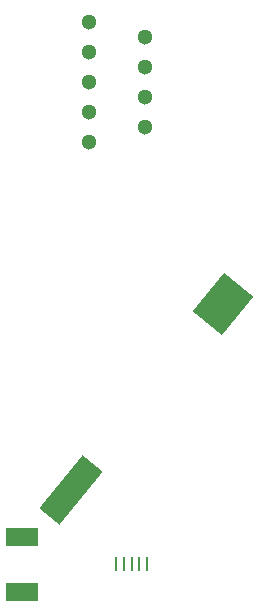
<source format=gbr>
G04 DipTrace 3.2.0.1*
G04 BottomPaste.gbr*
%MOMM*%
G04 #@! TF.FileFunction,Paste,Bot*
G04 #@! TF.Part,Single*
%AMOUTLINE5*
4,1,4,
2.68805,1.54736,
-0.98568,-2.94084,
-2.68805,-1.54736,
0.98568,2.94084,
2.68805,1.54736,
0*%
%AMOUTLINE8*
4,1,4,
2.56828,0.61159,
-0.09204,-2.63848,
-2.56828,-0.61159,
0.09204,2.63848,
2.56828,0.61159,
0*%
%ADD50R,0.2X1.15*%
%ADD76C,1.3*%
%ADD82R,2.7X1.65*%
%ADD93OUTLINE5*%
%ADD96OUTLINE8*%
%FSLAX35Y35*%
G04*
G71*
G90*
G75*
G01*
G04 BotPaste*
%LPD*%
D82*
X-887053Y-3829060D3*
Y-4289060D3*
D76*
X150000Y406000D3*
X-320000Y281000D3*
X150000Y152000D3*
X-320000Y27000D3*
X150000Y-102000D3*
X-320000Y-227000D3*
X150000Y-354000D3*
X-320000Y-481000D3*
Y535000D3*
D93*
X-473563Y-3429523D3*
D96*
X815400Y-1854787D3*
D50*
X41430Y-4053293D3*
X-23570D3*
X106430D3*
X171430D3*
X-88570D3*
M02*

</source>
